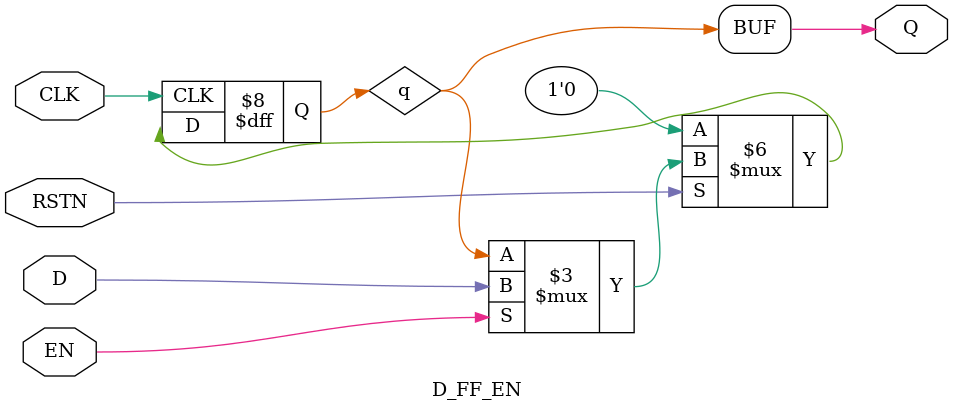
<source format=v>
`default_nettype none

module D_FF_EN
(
    input wire  CLK,
    input wire  RSTN,
    input wire  D,
    input wire  EN,
    output wire Q
);

    reg q;

    always @(posedge CLK) begin
        if(!RSTN) begin
            q <= 1'b0;
        end
        else if(EN) begin
            q <= D;
        end
    end

    assign Q = q;
endmodule

`default_nettype wire

</source>
